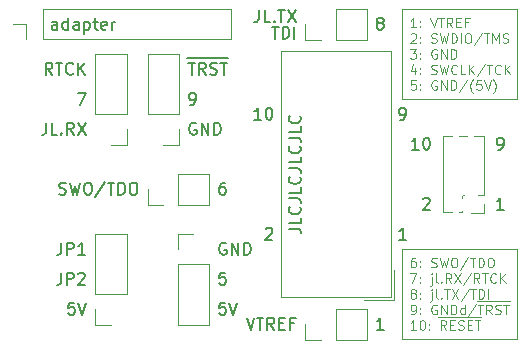
<source format=gto>
G04 #@! TF.GenerationSoftware,KiCad,Pcbnew,5.1.5-52549c5~86~ubuntu19.04.1*
G04 #@! TF.CreationDate,2020-12-26T14:34:18+01:00*
G04 #@! TF.ProjectId,jlink-tagConnect-adapter-v3,6a6c696e-6b2d-4746-9167-436f6e6e6563,rev?*
G04 #@! TF.SameCoordinates,Original*
G04 #@! TF.FileFunction,Legend,Top*
G04 #@! TF.FilePolarity,Positive*
%FSLAX46Y46*%
G04 Gerber Fmt 4.6, Leading zero omitted, Abs format (unit mm)*
G04 Created by KiCad (PCBNEW 5.1.5-52549c5~86~ubuntu19.04.1) date 2020-12-26 14:34:18*
%MOMM*%
%LPD*%
G04 APERTURE LIST*
%ADD10C,0.150000*%
%ADD11C,0.120000*%
%ADD12C,0.200000*%
G04 APERTURE END LIST*
D10*
X117308380Y-111299047D02*
X118022666Y-111299047D01*
X118165523Y-111346666D01*
X118260761Y-111441904D01*
X118308380Y-111584761D01*
X118308380Y-111680000D01*
X118308380Y-110346666D02*
X118308380Y-110822857D01*
X117308380Y-110822857D01*
X118213142Y-109441904D02*
X118260761Y-109489523D01*
X118308380Y-109632380D01*
X118308380Y-109727619D01*
X118260761Y-109870476D01*
X118165523Y-109965714D01*
X118070285Y-110013333D01*
X117879809Y-110060952D01*
X117736952Y-110060952D01*
X117546476Y-110013333D01*
X117451238Y-109965714D01*
X117356000Y-109870476D01*
X117308380Y-109727619D01*
X117308380Y-109632380D01*
X117356000Y-109489523D01*
X117403619Y-109441904D01*
X117308380Y-108727619D02*
X118022666Y-108727619D01*
X118165523Y-108775238D01*
X118260761Y-108870476D01*
X118308380Y-109013333D01*
X118308380Y-109108571D01*
X118308380Y-107775238D02*
X118308380Y-108251428D01*
X117308380Y-108251428D01*
X118213142Y-106870476D02*
X118260761Y-106918095D01*
X118308380Y-107060952D01*
X118308380Y-107156190D01*
X118260761Y-107299047D01*
X118165523Y-107394285D01*
X118070285Y-107441904D01*
X117879809Y-107489523D01*
X117736952Y-107489523D01*
X117546476Y-107441904D01*
X117451238Y-107394285D01*
X117356000Y-107299047D01*
X117308380Y-107156190D01*
X117308380Y-107060952D01*
X117356000Y-106918095D01*
X117403619Y-106870476D01*
X117308380Y-106156190D02*
X118022666Y-106156190D01*
X118165523Y-106203809D01*
X118260761Y-106299047D01*
X118308380Y-106441904D01*
X118308380Y-106537142D01*
X118308380Y-105203809D02*
X118308380Y-105680000D01*
X117308380Y-105680000D01*
X118213142Y-104299047D02*
X118260761Y-104346666D01*
X118308380Y-104489523D01*
X118308380Y-104584761D01*
X118260761Y-104727619D01*
X118165523Y-104822857D01*
X118070285Y-104870476D01*
X117879809Y-104918095D01*
X117736952Y-104918095D01*
X117546476Y-104870476D01*
X117451238Y-104822857D01*
X117356000Y-104727619D01*
X117308380Y-104584761D01*
X117308380Y-104489523D01*
X117356000Y-104346666D01*
X117403619Y-104299047D01*
X117308380Y-103584761D02*
X118022666Y-103584761D01*
X118165523Y-103632380D01*
X118260761Y-103727619D01*
X118308380Y-103870476D01*
X118308380Y-103965714D01*
X118308380Y-102632380D02*
X118308380Y-103108571D01*
X117308380Y-103108571D01*
X118213142Y-101727619D02*
X118260761Y-101775238D01*
X118308380Y-101918095D01*
X118308380Y-102013333D01*
X118260761Y-102156190D01*
X118165523Y-102251428D01*
X118070285Y-102299047D01*
X117879809Y-102346666D01*
X117736952Y-102346666D01*
X117546476Y-102299047D01*
X117451238Y-102251428D01*
X117356000Y-102156190D01*
X117308380Y-102013333D01*
X117308380Y-101918095D01*
X117356000Y-101775238D01*
X117403619Y-101727619D01*
D11*
X126873000Y-120650000D02*
X126873000Y-113030000D01*
X126873000Y-92710000D02*
X126873000Y-100330000D01*
D12*
X97697666Y-94432380D02*
X97697666Y-93908571D01*
X97650047Y-93813333D01*
X97554809Y-93765714D01*
X97364333Y-93765714D01*
X97269095Y-93813333D01*
X97697666Y-94384761D02*
X97602428Y-94432380D01*
X97364333Y-94432380D01*
X97269095Y-94384761D01*
X97221476Y-94289523D01*
X97221476Y-94194285D01*
X97269095Y-94099047D01*
X97364333Y-94051428D01*
X97602428Y-94051428D01*
X97697666Y-94003809D01*
X98602428Y-94432380D02*
X98602428Y-93432380D01*
X98602428Y-94384761D02*
X98507190Y-94432380D01*
X98316714Y-94432380D01*
X98221476Y-94384761D01*
X98173857Y-94337142D01*
X98126238Y-94241904D01*
X98126238Y-93956190D01*
X98173857Y-93860952D01*
X98221476Y-93813333D01*
X98316714Y-93765714D01*
X98507190Y-93765714D01*
X98602428Y-93813333D01*
X99507190Y-94432380D02*
X99507190Y-93908571D01*
X99459571Y-93813333D01*
X99364333Y-93765714D01*
X99173857Y-93765714D01*
X99078619Y-93813333D01*
X99507190Y-94384761D02*
X99411952Y-94432380D01*
X99173857Y-94432380D01*
X99078619Y-94384761D01*
X99031000Y-94289523D01*
X99031000Y-94194285D01*
X99078619Y-94099047D01*
X99173857Y-94051428D01*
X99411952Y-94051428D01*
X99507190Y-94003809D01*
X99983380Y-93765714D02*
X99983380Y-94765714D01*
X99983380Y-93813333D02*
X100078619Y-93765714D01*
X100269095Y-93765714D01*
X100364333Y-93813333D01*
X100411952Y-93860952D01*
X100459571Y-93956190D01*
X100459571Y-94241904D01*
X100411952Y-94337142D01*
X100364333Y-94384761D01*
X100269095Y-94432380D01*
X100078619Y-94432380D01*
X99983380Y-94384761D01*
X100745285Y-93765714D02*
X101126238Y-93765714D01*
X100888142Y-93432380D02*
X100888142Y-94289523D01*
X100935761Y-94384761D01*
X101031000Y-94432380D01*
X101126238Y-94432380D01*
X101840523Y-94384761D02*
X101745285Y-94432380D01*
X101554809Y-94432380D01*
X101459571Y-94384761D01*
X101411952Y-94289523D01*
X101411952Y-93908571D01*
X101459571Y-93813333D01*
X101554809Y-93765714D01*
X101745285Y-93765714D01*
X101840523Y-93813333D01*
X101888142Y-93908571D01*
X101888142Y-94003809D01*
X101411952Y-94099047D01*
X102316714Y-94432380D02*
X102316714Y-93765714D01*
X102316714Y-93956190D02*
X102364333Y-93860952D01*
X102411952Y-93813333D01*
X102507190Y-93765714D01*
X102602428Y-93765714D01*
D11*
X112395000Y-92710000D02*
X96520000Y-92710000D01*
X112395000Y-95250000D02*
X112395000Y-92710000D01*
X96520000Y-95250000D02*
X112395000Y-95250000D01*
X96520000Y-92710000D02*
X96520000Y-95250000D01*
D10*
X111889166Y-107402380D02*
X111698690Y-107402380D01*
X111603452Y-107450000D01*
X111555833Y-107497619D01*
X111460595Y-107640476D01*
X111412976Y-107830952D01*
X111412976Y-108211904D01*
X111460595Y-108307142D01*
X111508214Y-108354761D01*
X111603452Y-108402380D01*
X111793928Y-108402380D01*
X111889166Y-108354761D01*
X111936785Y-108307142D01*
X111984404Y-108211904D01*
X111984404Y-107973809D01*
X111936785Y-107878571D01*
X111889166Y-107830952D01*
X111793928Y-107783333D01*
X111603452Y-107783333D01*
X111508214Y-107830952D01*
X111460595Y-107878571D01*
X111412976Y-107973809D01*
X97867976Y-108354761D02*
X98010833Y-108402380D01*
X98248928Y-108402380D01*
X98344166Y-108354761D01*
X98391785Y-108307142D01*
X98439404Y-108211904D01*
X98439404Y-108116666D01*
X98391785Y-108021428D01*
X98344166Y-107973809D01*
X98248928Y-107926190D01*
X98058452Y-107878571D01*
X97963214Y-107830952D01*
X97915595Y-107783333D01*
X97867976Y-107688095D01*
X97867976Y-107592857D01*
X97915595Y-107497619D01*
X97963214Y-107450000D01*
X98058452Y-107402380D01*
X98296547Y-107402380D01*
X98439404Y-107450000D01*
X98772738Y-107402380D02*
X99010833Y-108402380D01*
X99201309Y-107688095D01*
X99391785Y-108402380D01*
X99629880Y-107402380D01*
X100201309Y-107402380D02*
X100391785Y-107402380D01*
X100487023Y-107450000D01*
X100582261Y-107545238D01*
X100629880Y-107735714D01*
X100629880Y-108069047D01*
X100582261Y-108259523D01*
X100487023Y-108354761D01*
X100391785Y-108402380D01*
X100201309Y-108402380D01*
X100106071Y-108354761D01*
X100010833Y-108259523D01*
X99963214Y-108069047D01*
X99963214Y-107735714D01*
X100010833Y-107545238D01*
X100106071Y-107450000D01*
X100201309Y-107402380D01*
X101772738Y-107354761D02*
X100915595Y-108640476D01*
X101963214Y-107402380D02*
X102534642Y-107402380D01*
X102248928Y-108402380D02*
X102248928Y-107402380D01*
X102867976Y-108402380D02*
X102867976Y-107402380D01*
X103106071Y-107402380D01*
X103248928Y-107450000D01*
X103344166Y-107545238D01*
X103391785Y-107640476D01*
X103439404Y-107830952D01*
X103439404Y-107973809D01*
X103391785Y-108164285D01*
X103344166Y-108259523D01*
X103248928Y-108354761D01*
X103106071Y-108402380D01*
X102867976Y-108402380D01*
X104058452Y-107402380D02*
X104248928Y-107402380D01*
X104344166Y-107450000D01*
X104439404Y-107545238D01*
X104487023Y-107735714D01*
X104487023Y-108069047D01*
X104439404Y-108259523D01*
X104344166Y-108354761D01*
X104248928Y-108402380D01*
X104058452Y-108402380D01*
X103963214Y-108354761D01*
X103867976Y-108259523D01*
X103820357Y-108069047D01*
X103820357Y-107735714D01*
X103867976Y-107545238D01*
X103963214Y-107450000D01*
X104058452Y-107402380D01*
D11*
X136652000Y-120650000D02*
X126873000Y-120650000D01*
X136652000Y-113030000D02*
X136652000Y-120650000D01*
X126873000Y-113030000D02*
X136652000Y-113030000D01*
X136652000Y-100330000D02*
X126873000Y-100330000D01*
X136652000Y-92710000D02*
X136652000Y-100330000D01*
X126873000Y-92710000D02*
X136652000Y-92710000D01*
X127992333Y-113761904D02*
X127839952Y-113761904D01*
X127763761Y-113800000D01*
X127725666Y-113838095D01*
X127649476Y-113952380D01*
X127611380Y-114104761D01*
X127611380Y-114409523D01*
X127649476Y-114485714D01*
X127687571Y-114523809D01*
X127763761Y-114561904D01*
X127916142Y-114561904D01*
X127992333Y-114523809D01*
X128030428Y-114485714D01*
X128068523Y-114409523D01*
X128068523Y-114219047D01*
X128030428Y-114142857D01*
X127992333Y-114104761D01*
X127916142Y-114066666D01*
X127763761Y-114066666D01*
X127687571Y-114104761D01*
X127649476Y-114142857D01*
X127611380Y-114219047D01*
X128411380Y-114485714D02*
X128449476Y-114523809D01*
X128411380Y-114561904D01*
X128373285Y-114523809D01*
X128411380Y-114485714D01*
X128411380Y-114561904D01*
X128411380Y-114066666D02*
X128449476Y-114104761D01*
X128411380Y-114142857D01*
X128373285Y-114104761D01*
X128411380Y-114066666D01*
X128411380Y-114142857D01*
X129363761Y-114523809D02*
X129478047Y-114561904D01*
X129668523Y-114561904D01*
X129744714Y-114523809D01*
X129782809Y-114485714D01*
X129820904Y-114409523D01*
X129820904Y-114333333D01*
X129782809Y-114257142D01*
X129744714Y-114219047D01*
X129668523Y-114180952D01*
X129516142Y-114142857D01*
X129439952Y-114104761D01*
X129401857Y-114066666D01*
X129363761Y-113990476D01*
X129363761Y-113914285D01*
X129401857Y-113838095D01*
X129439952Y-113800000D01*
X129516142Y-113761904D01*
X129706619Y-113761904D01*
X129820904Y-113800000D01*
X130087571Y-113761904D02*
X130278047Y-114561904D01*
X130430428Y-113990476D01*
X130582809Y-114561904D01*
X130773285Y-113761904D01*
X131230428Y-113761904D02*
X131382809Y-113761904D01*
X131459000Y-113800000D01*
X131535190Y-113876190D01*
X131573285Y-114028571D01*
X131573285Y-114295238D01*
X131535190Y-114447619D01*
X131459000Y-114523809D01*
X131382809Y-114561904D01*
X131230428Y-114561904D01*
X131154238Y-114523809D01*
X131078047Y-114447619D01*
X131039952Y-114295238D01*
X131039952Y-114028571D01*
X131078047Y-113876190D01*
X131154238Y-113800000D01*
X131230428Y-113761904D01*
X132487571Y-113723809D02*
X131801857Y-114752380D01*
X132639952Y-113761904D02*
X133097095Y-113761904D01*
X132868523Y-114561904D02*
X132868523Y-113761904D01*
X133363761Y-114561904D02*
X133363761Y-113761904D01*
X133554238Y-113761904D01*
X133668523Y-113800000D01*
X133744714Y-113876190D01*
X133782809Y-113952380D01*
X133820904Y-114104761D01*
X133820904Y-114219047D01*
X133782809Y-114371428D01*
X133744714Y-114447619D01*
X133668523Y-114523809D01*
X133554238Y-114561904D01*
X133363761Y-114561904D01*
X134316142Y-113761904D02*
X134468523Y-113761904D01*
X134544714Y-113800000D01*
X134620904Y-113876190D01*
X134659000Y-114028571D01*
X134659000Y-114295238D01*
X134620904Y-114447619D01*
X134544714Y-114523809D01*
X134468523Y-114561904D01*
X134316142Y-114561904D01*
X134239952Y-114523809D01*
X134163761Y-114447619D01*
X134125666Y-114295238D01*
X134125666Y-114028571D01*
X134163761Y-113876190D01*
X134239952Y-113800000D01*
X134316142Y-113761904D01*
X127573285Y-115081904D02*
X128106619Y-115081904D01*
X127763761Y-115881904D01*
X128411380Y-115805714D02*
X128449476Y-115843809D01*
X128411380Y-115881904D01*
X128373285Y-115843809D01*
X128411380Y-115805714D01*
X128411380Y-115881904D01*
X128411380Y-115386666D02*
X128449476Y-115424761D01*
X128411380Y-115462857D01*
X128373285Y-115424761D01*
X128411380Y-115386666D01*
X128411380Y-115462857D01*
X129401857Y-115348571D02*
X129401857Y-116034285D01*
X129363761Y-116110476D01*
X129287571Y-116148571D01*
X129249476Y-116148571D01*
X129401857Y-115081904D02*
X129363761Y-115120000D01*
X129401857Y-115158095D01*
X129439952Y-115120000D01*
X129401857Y-115081904D01*
X129401857Y-115158095D01*
X129897095Y-115881904D02*
X129820904Y-115843809D01*
X129782809Y-115767619D01*
X129782809Y-115081904D01*
X130201857Y-115805714D02*
X130239952Y-115843809D01*
X130201857Y-115881904D01*
X130163761Y-115843809D01*
X130201857Y-115805714D01*
X130201857Y-115881904D01*
X131039952Y-115881904D02*
X130773285Y-115500952D01*
X130582809Y-115881904D02*
X130582809Y-115081904D01*
X130887571Y-115081904D01*
X130963761Y-115120000D01*
X131001857Y-115158095D01*
X131039952Y-115234285D01*
X131039952Y-115348571D01*
X131001857Y-115424761D01*
X130963761Y-115462857D01*
X130887571Y-115500952D01*
X130582809Y-115500952D01*
X131306619Y-115081904D02*
X131839952Y-115881904D01*
X131839952Y-115081904D02*
X131306619Y-115881904D01*
X132716142Y-115043809D02*
X132030428Y-116072380D01*
X133439952Y-115881904D02*
X133173285Y-115500952D01*
X132982809Y-115881904D02*
X132982809Y-115081904D01*
X133287571Y-115081904D01*
X133363761Y-115120000D01*
X133401857Y-115158095D01*
X133439952Y-115234285D01*
X133439952Y-115348571D01*
X133401857Y-115424761D01*
X133363761Y-115462857D01*
X133287571Y-115500952D01*
X132982809Y-115500952D01*
X133668523Y-115081904D02*
X134125666Y-115081904D01*
X133897095Y-115881904D02*
X133897095Y-115081904D01*
X134849476Y-115805714D02*
X134811380Y-115843809D01*
X134697095Y-115881904D01*
X134620904Y-115881904D01*
X134506619Y-115843809D01*
X134430428Y-115767619D01*
X134392333Y-115691428D01*
X134354238Y-115539047D01*
X134354238Y-115424761D01*
X134392333Y-115272380D01*
X134430428Y-115196190D01*
X134506619Y-115120000D01*
X134620904Y-115081904D01*
X134697095Y-115081904D01*
X134811380Y-115120000D01*
X134849476Y-115158095D01*
X135192333Y-115881904D02*
X135192333Y-115081904D01*
X135649476Y-115881904D02*
X135306619Y-115424761D01*
X135649476Y-115081904D02*
X135192333Y-115539047D01*
X127763761Y-116744761D02*
X127687571Y-116706666D01*
X127649476Y-116668571D01*
X127611380Y-116592380D01*
X127611380Y-116554285D01*
X127649476Y-116478095D01*
X127687571Y-116440000D01*
X127763761Y-116401904D01*
X127916142Y-116401904D01*
X127992333Y-116440000D01*
X128030428Y-116478095D01*
X128068523Y-116554285D01*
X128068523Y-116592380D01*
X128030428Y-116668571D01*
X127992333Y-116706666D01*
X127916142Y-116744761D01*
X127763761Y-116744761D01*
X127687571Y-116782857D01*
X127649476Y-116820952D01*
X127611380Y-116897142D01*
X127611380Y-117049523D01*
X127649476Y-117125714D01*
X127687571Y-117163809D01*
X127763761Y-117201904D01*
X127916142Y-117201904D01*
X127992333Y-117163809D01*
X128030428Y-117125714D01*
X128068523Y-117049523D01*
X128068523Y-116897142D01*
X128030428Y-116820952D01*
X127992333Y-116782857D01*
X127916142Y-116744761D01*
X128411380Y-117125714D02*
X128449476Y-117163809D01*
X128411380Y-117201904D01*
X128373285Y-117163809D01*
X128411380Y-117125714D01*
X128411380Y-117201904D01*
X128411380Y-116706666D02*
X128449476Y-116744761D01*
X128411380Y-116782857D01*
X128373285Y-116744761D01*
X128411380Y-116706666D01*
X128411380Y-116782857D01*
X129401857Y-116668571D02*
X129401857Y-117354285D01*
X129363761Y-117430476D01*
X129287571Y-117468571D01*
X129249476Y-117468571D01*
X129401857Y-116401904D02*
X129363761Y-116440000D01*
X129401857Y-116478095D01*
X129439952Y-116440000D01*
X129401857Y-116401904D01*
X129401857Y-116478095D01*
X129897095Y-117201904D02*
X129820904Y-117163809D01*
X129782809Y-117087619D01*
X129782809Y-116401904D01*
X130201857Y-117125714D02*
X130239952Y-117163809D01*
X130201857Y-117201904D01*
X130163761Y-117163809D01*
X130201857Y-117125714D01*
X130201857Y-117201904D01*
X130468523Y-116401904D02*
X130925666Y-116401904D01*
X130697095Y-117201904D02*
X130697095Y-116401904D01*
X131116142Y-116401904D02*
X131649476Y-117201904D01*
X131649476Y-116401904D02*
X131116142Y-117201904D01*
X132525666Y-116363809D02*
X131839952Y-117392380D01*
X132678047Y-116401904D02*
X133135190Y-116401904D01*
X132906619Y-117201904D02*
X132906619Y-116401904D01*
X133401857Y-117201904D02*
X133401857Y-116401904D01*
X133592333Y-116401904D01*
X133706619Y-116440000D01*
X133782809Y-116516190D01*
X133820904Y-116592380D01*
X133859000Y-116744761D01*
X133859000Y-116859047D01*
X133820904Y-117011428D01*
X133782809Y-117087619D01*
X133706619Y-117163809D01*
X133592333Y-117201904D01*
X133401857Y-117201904D01*
X134201857Y-117201904D02*
X134201857Y-116401904D01*
X127687571Y-118521904D02*
X127839952Y-118521904D01*
X127916142Y-118483809D01*
X127954238Y-118445714D01*
X128030428Y-118331428D01*
X128068523Y-118179047D01*
X128068523Y-117874285D01*
X128030428Y-117798095D01*
X127992333Y-117760000D01*
X127916142Y-117721904D01*
X127763761Y-117721904D01*
X127687571Y-117760000D01*
X127649476Y-117798095D01*
X127611380Y-117874285D01*
X127611380Y-118064761D01*
X127649476Y-118140952D01*
X127687571Y-118179047D01*
X127763761Y-118217142D01*
X127916142Y-118217142D01*
X127992333Y-118179047D01*
X128030428Y-118140952D01*
X128068523Y-118064761D01*
X128411380Y-118445714D02*
X128449476Y-118483809D01*
X128411380Y-118521904D01*
X128373285Y-118483809D01*
X128411380Y-118445714D01*
X128411380Y-118521904D01*
X128411380Y-118026666D02*
X128449476Y-118064761D01*
X128411380Y-118102857D01*
X128373285Y-118064761D01*
X128411380Y-118026666D01*
X128411380Y-118102857D01*
X129820904Y-117760000D02*
X129744714Y-117721904D01*
X129630428Y-117721904D01*
X129516142Y-117760000D01*
X129439952Y-117836190D01*
X129401857Y-117912380D01*
X129363761Y-118064761D01*
X129363761Y-118179047D01*
X129401857Y-118331428D01*
X129439952Y-118407619D01*
X129516142Y-118483809D01*
X129630428Y-118521904D01*
X129706619Y-118521904D01*
X129820904Y-118483809D01*
X129859000Y-118445714D01*
X129859000Y-118179047D01*
X129706619Y-118179047D01*
X130201857Y-118521904D02*
X130201857Y-117721904D01*
X130659000Y-118521904D01*
X130659000Y-117721904D01*
X131039952Y-118521904D02*
X131039952Y-117721904D01*
X131230428Y-117721904D01*
X131344714Y-117760000D01*
X131420904Y-117836190D01*
X131459000Y-117912380D01*
X131497095Y-118064761D01*
X131497095Y-118179047D01*
X131459000Y-118331428D01*
X131420904Y-118407619D01*
X131344714Y-118483809D01*
X131230428Y-118521904D01*
X131039952Y-118521904D01*
X132182809Y-118521904D02*
X132182809Y-117721904D01*
X132182809Y-118483809D02*
X132106619Y-118521904D01*
X131954238Y-118521904D01*
X131878047Y-118483809D01*
X131839952Y-118445714D01*
X131801857Y-118369523D01*
X131801857Y-118140952D01*
X131839952Y-118064761D01*
X131878047Y-118026666D01*
X131954238Y-117988571D01*
X132106619Y-117988571D01*
X132182809Y-118026666D01*
X133135190Y-117683809D02*
X132449476Y-118712380D01*
X133211380Y-117428000D02*
X133820904Y-117428000D01*
X133287571Y-117721904D02*
X133744714Y-117721904D01*
X133516142Y-118521904D02*
X133516142Y-117721904D01*
X133820904Y-117428000D02*
X134620904Y-117428000D01*
X134468523Y-118521904D02*
X134201857Y-118140952D01*
X134011380Y-118521904D02*
X134011380Y-117721904D01*
X134316142Y-117721904D01*
X134392333Y-117760000D01*
X134430428Y-117798095D01*
X134468523Y-117874285D01*
X134468523Y-117988571D01*
X134430428Y-118064761D01*
X134392333Y-118102857D01*
X134316142Y-118140952D01*
X134011380Y-118140952D01*
X134620904Y-117428000D02*
X135382809Y-117428000D01*
X134773285Y-118483809D02*
X134887571Y-118521904D01*
X135078047Y-118521904D01*
X135154238Y-118483809D01*
X135192333Y-118445714D01*
X135230428Y-118369523D01*
X135230428Y-118293333D01*
X135192333Y-118217142D01*
X135154238Y-118179047D01*
X135078047Y-118140952D01*
X134925666Y-118102857D01*
X134849476Y-118064761D01*
X134811380Y-118026666D01*
X134773285Y-117950476D01*
X134773285Y-117874285D01*
X134811380Y-117798095D01*
X134849476Y-117760000D01*
X134925666Y-117721904D01*
X135116142Y-117721904D01*
X135230428Y-117760000D01*
X135382809Y-117428000D02*
X135992333Y-117428000D01*
X135459000Y-117721904D02*
X135916142Y-117721904D01*
X135687571Y-118521904D02*
X135687571Y-117721904D01*
X128068523Y-119841904D02*
X127611380Y-119841904D01*
X127839952Y-119841904D02*
X127839952Y-119041904D01*
X127763761Y-119156190D01*
X127687571Y-119232380D01*
X127611380Y-119270476D01*
X128563761Y-119041904D02*
X128639952Y-119041904D01*
X128716142Y-119080000D01*
X128754238Y-119118095D01*
X128792333Y-119194285D01*
X128830428Y-119346666D01*
X128830428Y-119537142D01*
X128792333Y-119689523D01*
X128754238Y-119765714D01*
X128716142Y-119803809D01*
X128639952Y-119841904D01*
X128563761Y-119841904D01*
X128487571Y-119803809D01*
X128449476Y-119765714D01*
X128411380Y-119689523D01*
X128373285Y-119537142D01*
X128373285Y-119346666D01*
X128411380Y-119194285D01*
X128449476Y-119118095D01*
X128487571Y-119080000D01*
X128563761Y-119041904D01*
X129173285Y-119765714D02*
X129211380Y-119803809D01*
X129173285Y-119841904D01*
X129135190Y-119803809D01*
X129173285Y-119765714D01*
X129173285Y-119841904D01*
X129173285Y-119346666D02*
X129211380Y-119384761D01*
X129173285Y-119422857D01*
X129135190Y-119384761D01*
X129173285Y-119346666D01*
X129173285Y-119422857D01*
X129973285Y-118748000D02*
X130773285Y-118748000D01*
X130620904Y-119841904D02*
X130354238Y-119460952D01*
X130163761Y-119841904D02*
X130163761Y-119041904D01*
X130468523Y-119041904D01*
X130544714Y-119080000D01*
X130582809Y-119118095D01*
X130620904Y-119194285D01*
X130620904Y-119308571D01*
X130582809Y-119384761D01*
X130544714Y-119422857D01*
X130468523Y-119460952D01*
X130163761Y-119460952D01*
X130773285Y-118748000D02*
X131497095Y-118748000D01*
X130963761Y-119422857D02*
X131230428Y-119422857D01*
X131344714Y-119841904D02*
X130963761Y-119841904D01*
X130963761Y-119041904D01*
X131344714Y-119041904D01*
X131497095Y-118748000D02*
X132259000Y-118748000D01*
X131649476Y-119803809D02*
X131763761Y-119841904D01*
X131954238Y-119841904D01*
X132030428Y-119803809D01*
X132068523Y-119765714D01*
X132106619Y-119689523D01*
X132106619Y-119613333D01*
X132068523Y-119537142D01*
X132030428Y-119499047D01*
X131954238Y-119460952D01*
X131801857Y-119422857D01*
X131725666Y-119384761D01*
X131687571Y-119346666D01*
X131649476Y-119270476D01*
X131649476Y-119194285D01*
X131687571Y-119118095D01*
X131725666Y-119080000D01*
X131801857Y-119041904D01*
X131992333Y-119041904D01*
X132106619Y-119080000D01*
X132259000Y-118748000D02*
X132982809Y-118748000D01*
X132449476Y-119422857D02*
X132716142Y-119422857D01*
X132830428Y-119841904D02*
X132449476Y-119841904D01*
X132449476Y-119041904D01*
X132830428Y-119041904D01*
X132982809Y-118748000D02*
X133592333Y-118748000D01*
X133059000Y-119041904D02*
X133516142Y-119041904D01*
X133287571Y-119841904D02*
X133287571Y-119041904D01*
X128068523Y-94241904D02*
X127611380Y-94241904D01*
X127839952Y-94241904D02*
X127839952Y-93441904D01*
X127763761Y-93556190D01*
X127687571Y-93632380D01*
X127611380Y-93670476D01*
X128411380Y-94165714D02*
X128449476Y-94203809D01*
X128411380Y-94241904D01*
X128373285Y-94203809D01*
X128411380Y-94165714D01*
X128411380Y-94241904D01*
X128411380Y-93746666D02*
X128449476Y-93784761D01*
X128411380Y-93822857D01*
X128373285Y-93784761D01*
X128411380Y-93746666D01*
X128411380Y-93822857D01*
X129287571Y-93441904D02*
X129554238Y-94241904D01*
X129820904Y-93441904D01*
X129973285Y-93441904D02*
X130430428Y-93441904D01*
X130201857Y-94241904D02*
X130201857Y-93441904D01*
X131154238Y-94241904D02*
X130887571Y-93860952D01*
X130697095Y-94241904D02*
X130697095Y-93441904D01*
X131001857Y-93441904D01*
X131078047Y-93480000D01*
X131116142Y-93518095D01*
X131154238Y-93594285D01*
X131154238Y-93708571D01*
X131116142Y-93784761D01*
X131078047Y-93822857D01*
X131001857Y-93860952D01*
X130697095Y-93860952D01*
X131497095Y-93822857D02*
X131763761Y-93822857D01*
X131878047Y-94241904D02*
X131497095Y-94241904D01*
X131497095Y-93441904D01*
X131878047Y-93441904D01*
X132487571Y-93822857D02*
X132220904Y-93822857D01*
X132220904Y-94241904D02*
X132220904Y-93441904D01*
X132601857Y-93441904D01*
X127611380Y-94838095D02*
X127649476Y-94800000D01*
X127725666Y-94761904D01*
X127916142Y-94761904D01*
X127992333Y-94800000D01*
X128030428Y-94838095D01*
X128068523Y-94914285D01*
X128068523Y-94990476D01*
X128030428Y-95104761D01*
X127573285Y-95561904D01*
X128068523Y-95561904D01*
X128411380Y-95485714D02*
X128449476Y-95523809D01*
X128411380Y-95561904D01*
X128373285Y-95523809D01*
X128411380Y-95485714D01*
X128411380Y-95561904D01*
X128411380Y-95066666D02*
X128449476Y-95104761D01*
X128411380Y-95142857D01*
X128373285Y-95104761D01*
X128411380Y-95066666D01*
X128411380Y-95142857D01*
X129363761Y-95523809D02*
X129478047Y-95561904D01*
X129668523Y-95561904D01*
X129744714Y-95523809D01*
X129782809Y-95485714D01*
X129820904Y-95409523D01*
X129820904Y-95333333D01*
X129782809Y-95257142D01*
X129744714Y-95219047D01*
X129668523Y-95180952D01*
X129516142Y-95142857D01*
X129439952Y-95104761D01*
X129401857Y-95066666D01*
X129363761Y-94990476D01*
X129363761Y-94914285D01*
X129401857Y-94838095D01*
X129439952Y-94800000D01*
X129516142Y-94761904D01*
X129706619Y-94761904D01*
X129820904Y-94800000D01*
X130087571Y-94761904D02*
X130278047Y-95561904D01*
X130430428Y-94990476D01*
X130582809Y-95561904D01*
X130773285Y-94761904D01*
X131078047Y-95561904D02*
X131078047Y-94761904D01*
X131268523Y-94761904D01*
X131382809Y-94800000D01*
X131459000Y-94876190D01*
X131497095Y-94952380D01*
X131535190Y-95104761D01*
X131535190Y-95219047D01*
X131497095Y-95371428D01*
X131459000Y-95447619D01*
X131382809Y-95523809D01*
X131268523Y-95561904D01*
X131078047Y-95561904D01*
X131878047Y-95561904D02*
X131878047Y-94761904D01*
X132411380Y-94761904D02*
X132563761Y-94761904D01*
X132639952Y-94800000D01*
X132716142Y-94876190D01*
X132754238Y-95028571D01*
X132754238Y-95295238D01*
X132716142Y-95447619D01*
X132639952Y-95523809D01*
X132563761Y-95561904D01*
X132411380Y-95561904D01*
X132335190Y-95523809D01*
X132259000Y-95447619D01*
X132220904Y-95295238D01*
X132220904Y-95028571D01*
X132259000Y-94876190D01*
X132335190Y-94800000D01*
X132411380Y-94761904D01*
X133668523Y-94723809D02*
X132982809Y-95752380D01*
X133820904Y-94761904D02*
X134278047Y-94761904D01*
X134049476Y-95561904D02*
X134049476Y-94761904D01*
X134544714Y-95561904D02*
X134544714Y-94761904D01*
X134811380Y-95333333D01*
X135078047Y-94761904D01*
X135078047Y-95561904D01*
X135420904Y-95523809D02*
X135535190Y-95561904D01*
X135725666Y-95561904D01*
X135801857Y-95523809D01*
X135839952Y-95485714D01*
X135878047Y-95409523D01*
X135878047Y-95333333D01*
X135839952Y-95257142D01*
X135801857Y-95219047D01*
X135725666Y-95180952D01*
X135573285Y-95142857D01*
X135497095Y-95104761D01*
X135459000Y-95066666D01*
X135420904Y-94990476D01*
X135420904Y-94914285D01*
X135459000Y-94838095D01*
X135497095Y-94800000D01*
X135573285Y-94761904D01*
X135763761Y-94761904D01*
X135878047Y-94800000D01*
X127573285Y-96081904D02*
X128068523Y-96081904D01*
X127801857Y-96386666D01*
X127916142Y-96386666D01*
X127992333Y-96424761D01*
X128030428Y-96462857D01*
X128068523Y-96539047D01*
X128068523Y-96729523D01*
X128030428Y-96805714D01*
X127992333Y-96843809D01*
X127916142Y-96881904D01*
X127687571Y-96881904D01*
X127611380Y-96843809D01*
X127573285Y-96805714D01*
X128411380Y-96805714D02*
X128449476Y-96843809D01*
X128411380Y-96881904D01*
X128373285Y-96843809D01*
X128411380Y-96805714D01*
X128411380Y-96881904D01*
X128411380Y-96386666D02*
X128449476Y-96424761D01*
X128411380Y-96462857D01*
X128373285Y-96424761D01*
X128411380Y-96386666D01*
X128411380Y-96462857D01*
X129820904Y-96120000D02*
X129744714Y-96081904D01*
X129630428Y-96081904D01*
X129516142Y-96120000D01*
X129439952Y-96196190D01*
X129401857Y-96272380D01*
X129363761Y-96424761D01*
X129363761Y-96539047D01*
X129401857Y-96691428D01*
X129439952Y-96767619D01*
X129516142Y-96843809D01*
X129630428Y-96881904D01*
X129706619Y-96881904D01*
X129820904Y-96843809D01*
X129859000Y-96805714D01*
X129859000Y-96539047D01*
X129706619Y-96539047D01*
X130201857Y-96881904D02*
X130201857Y-96081904D01*
X130659000Y-96881904D01*
X130659000Y-96081904D01*
X131039952Y-96881904D02*
X131039952Y-96081904D01*
X131230428Y-96081904D01*
X131344714Y-96120000D01*
X131420904Y-96196190D01*
X131459000Y-96272380D01*
X131497095Y-96424761D01*
X131497095Y-96539047D01*
X131459000Y-96691428D01*
X131420904Y-96767619D01*
X131344714Y-96843809D01*
X131230428Y-96881904D01*
X131039952Y-96881904D01*
X127992333Y-97668571D02*
X127992333Y-98201904D01*
X127801857Y-97363809D02*
X127611380Y-97935238D01*
X128106619Y-97935238D01*
X128411380Y-98125714D02*
X128449476Y-98163809D01*
X128411380Y-98201904D01*
X128373285Y-98163809D01*
X128411380Y-98125714D01*
X128411380Y-98201904D01*
X128411380Y-97706666D02*
X128449476Y-97744761D01*
X128411380Y-97782857D01*
X128373285Y-97744761D01*
X128411380Y-97706666D01*
X128411380Y-97782857D01*
X129363761Y-98163809D02*
X129478047Y-98201904D01*
X129668523Y-98201904D01*
X129744714Y-98163809D01*
X129782809Y-98125714D01*
X129820904Y-98049523D01*
X129820904Y-97973333D01*
X129782809Y-97897142D01*
X129744714Y-97859047D01*
X129668523Y-97820952D01*
X129516142Y-97782857D01*
X129439952Y-97744761D01*
X129401857Y-97706666D01*
X129363761Y-97630476D01*
X129363761Y-97554285D01*
X129401857Y-97478095D01*
X129439952Y-97440000D01*
X129516142Y-97401904D01*
X129706619Y-97401904D01*
X129820904Y-97440000D01*
X130087571Y-97401904D02*
X130278047Y-98201904D01*
X130430428Y-97630476D01*
X130582809Y-98201904D01*
X130773285Y-97401904D01*
X131535190Y-98125714D02*
X131497095Y-98163809D01*
X131382809Y-98201904D01*
X131306619Y-98201904D01*
X131192333Y-98163809D01*
X131116142Y-98087619D01*
X131078047Y-98011428D01*
X131039952Y-97859047D01*
X131039952Y-97744761D01*
X131078047Y-97592380D01*
X131116142Y-97516190D01*
X131192333Y-97440000D01*
X131306619Y-97401904D01*
X131382809Y-97401904D01*
X131497095Y-97440000D01*
X131535190Y-97478095D01*
X132259000Y-98201904D02*
X131878047Y-98201904D01*
X131878047Y-97401904D01*
X132525666Y-98201904D02*
X132525666Y-97401904D01*
X132982809Y-98201904D02*
X132639952Y-97744761D01*
X132982809Y-97401904D02*
X132525666Y-97859047D01*
X133897095Y-97363809D02*
X133211380Y-98392380D01*
X134049476Y-97401904D02*
X134506619Y-97401904D01*
X134278047Y-98201904D02*
X134278047Y-97401904D01*
X135230428Y-98125714D02*
X135192333Y-98163809D01*
X135078047Y-98201904D01*
X135001857Y-98201904D01*
X134887571Y-98163809D01*
X134811380Y-98087619D01*
X134773285Y-98011428D01*
X134735190Y-97859047D01*
X134735190Y-97744761D01*
X134773285Y-97592380D01*
X134811380Y-97516190D01*
X134887571Y-97440000D01*
X135001857Y-97401904D01*
X135078047Y-97401904D01*
X135192333Y-97440000D01*
X135230428Y-97478095D01*
X135573285Y-98201904D02*
X135573285Y-97401904D01*
X136030428Y-98201904D02*
X135687571Y-97744761D01*
X136030428Y-97401904D02*
X135573285Y-97859047D01*
X128030428Y-98721904D02*
X127649476Y-98721904D01*
X127611380Y-99102857D01*
X127649476Y-99064761D01*
X127725666Y-99026666D01*
X127916142Y-99026666D01*
X127992333Y-99064761D01*
X128030428Y-99102857D01*
X128068523Y-99179047D01*
X128068523Y-99369523D01*
X128030428Y-99445714D01*
X127992333Y-99483809D01*
X127916142Y-99521904D01*
X127725666Y-99521904D01*
X127649476Y-99483809D01*
X127611380Y-99445714D01*
X128411380Y-99445714D02*
X128449476Y-99483809D01*
X128411380Y-99521904D01*
X128373285Y-99483809D01*
X128411380Y-99445714D01*
X128411380Y-99521904D01*
X128411380Y-99026666D02*
X128449476Y-99064761D01*
X128411380Y-99102857D01*
X128373285Y-99064761D01*
X128411380Y-99026666D01*
X128411380Y-99102857D01*
X129820904Y-98760000D02*
X129744714Y-98721904D01*
X129630428Y-98721904D01*
X129516142Y-98760000D01*
X129439952Y-98836190D01*
X129401857Y-98912380D01*
X129363761Y-99064761D01*
X129363761Y-99179047D01*
X129401857Y-99331428D01*
X129439952Y-99407619D01*
X129516142Y-99483809D01*
X129630428Y-99521904D01*
X129706619Y-99521904D01*
X129820904Y-99483809D01*
X129859000Y-99445714D01*
X129859000Y-99179047D01*
X129706619Y-99179047D01*
X130201857Y-99521904D02*
X130201857Y-98721904D01*
X130659000Y-99521904D01*
X130659000Y-98721904D01*
X131039952Y-99521904D02*
X131039952Y-98721904D01*
X131230428Y-98721904D01*
X131344714Y-98760000D01*
X131420904Y-98836190D01*
X131459000Y-98912380D01*
X131497095Y-99064761D01*
X131497095Y-99179047D01*
X131459000Y-99331428D01*
X131420904Y-99407619D01*
X131344714Y-99483809D01*
X131230428Y-99521904D01*
X131039952Y-99521904D01*
X132411380Y-98683809D02*
X131725666Y-99712380D01*
X132906619Y-99826666D02*
X132868523Y-99788571D01*
X132792333Y-99674285D01*
X132754238Y-99598095D01*
X132716142Y-99483809D01*
X132678047Y-99293333D01*
X132678047Y-99140952D01*
X132716142Y-98950476D01*
X132754238Y-98836190D01*
X132792333Y-98760000D01*
X132868523Y-98645714D01*
X132906619Y-98607619D01*
X133592333Y-98721904D02*
X133211380Y-98721904D01*
X133173285Y-99102857D01*
X133211380Y-99064761D01*
X133287571Y-99026666D01*
X133478047Y-99026666D01*
X133554238Y-99064761D01*
X133592333Y-99102857D01*
X133630428Y-99179047D01*
X133630428Y-99369523D01*
X133592333Y-99445714D01*
X133554238Y-99483809D01*
X133478047Y-99521904D01*
X133287571Y-99521904D01*
X133211380Y-99483809D01*
X133173285Y-99445714D01*
X133859000Y-98721904D02*
X134125666Y-99521904D01*
X134392333Y-98721904D01*
X134582809Y-99826666D02*
X134620904Y-99788571D01*
X134697095Y-99674285D01*
X134735190Y-99598095D01*
X134773285Y-99483809D01*
X134811380Y-99293333D01*
X134811380Y-99140952D01*
X134773285Y-98950476D01*
X134735190Y-98836190D01*
X134697095Y-98760000D01*
X134620904Y-98645714D01*
X134582809Y-98607619D01*
D10*
X114964642Y-102052380D02*
X114393214Y-102052380D01*
X114678928Y-102052380D02*
X114678928Y-101052380D01*
X114583690Y-101195238D01*
X114488452Y-101290476D01*
X114393214Y-101338095D01*
X115583690Y-101052380D02*
X115678928Y-101052380D01*
X115774166Y-101100000D01*
X115821785Y-101147619D01*
X115869404Y-101242857D01*
X115917023Y-101433333D01*
X115917023Y-101671428D01*
X115869404Y-101861904D01*
X115821785Y-101957142D01*
X115774166Y-102004761D01*
X115678928Y-102052380D01*
X115583690Y-102052380D01*
X115488452Y-102004761D01*
X115440833Y-101957142D01*
X115393214Y-101861904D01*
X115345595Y-101671428D01*
X115345595Y-101433333D01*
X115393214Y-101242857D01*
X115440833Y-101147619D01*
X115488452Y-101100000D01*
X115583690Y-101052380D01*
X115345595Y-111307619D02*
X115393214Y-111260000D01*
X115488452Y-111212380D01*
X115726547Y-111212380D01*
X115821785Y-111260000D01*
X115869404Y-111307619D01*
X115917023Y-111402857D01*
X115917023Y-111498095D01*
X115869404Y-111640952D01*
X115297976Y-112212380D01*
X115917023Y-112212380D01*
X126748214Y-102052380D02*
X126938690Y-102052380D01*
X127033928Y-102004761D01*
X127081547Y-101957142D01*
X127176785Y-101814285D01*
X127224404Y-101623809D01*
X127224404Y-101242857D01*
X127176785Y-101147619D01*
X127129166Y-101100000D01*
X127033928Y-101052380D01*
X126843452Y-101052380D01*
X126748214Y-101100000D01*
X126700595Y-101147619D01*
X126652976Y-101242857D01*
X126652976Y-101480952D01*
X126700595Y-101576190D01*
X126748214Y-101623809D01*
X126843452Y-101671428D01*
X127033928Y-101671428D01*
X127129166Y-101623809D01*
X127176785Y-101576190D01*
X127224404Y-101480952D01*
X127224404Y-112212380D02*
X126652976Y-112212380D01*
X126938690Y-112212380D02*
X126938690Y-111212380D01*
X126843452Y-111355238D01*
X126748214Y-111450476D01*
X126652976Y-111498095D01*
X113726785Y-118832380D02*
X114060119Y-119832380D01*
X114393452Y-118832380D01*
X114583928Y-118832380D02*
X115155357Y-118832380D01*
X114869642Y-119832380D02*
X114869642Y-118832380D01*
X116060119Y-119832380D02*
X115726785Y-119356190D01*
X115488690Y-119832380D02*
X115488690Y-118832380D01*
X115869642Y-118832380D01*
X115964880Y-118880000D01*
X116012500Y-118927619D01*
X116060119Y-119022857D01*
X116060119Y-119165714D01*
X116012500Y-119260952D01*
X115964880Y-119308571D01*
X115869642Y-119356190D01*
X115488690Y-119356190D01*
X116488690Y-119308571D02*
X116822023Y-119308571D01*
X116964880Y-119832380D02*
X116488690Y-119832380D01*
X116488690Y-118832380D01*
X116964880Y-118832380D01*
X117726785Y-119308571D02*
X117393452Y-119308571D01*
X117393452Y-119832380D02*
X117393452Y-118832380D01*
X117869642Y-118832380D01*
X98042023Y-112482380D02*
X98042023Y-113196666D01*
X97994404Y-113339523D01*
X97899166Y-113434761D01*
X97756309Y-113482380D01*
X97661071Y-113482380D01*
X98518214Y-113482380D02*
X98518214Y-112482380D01*
X98899166Y-112482380D01*
X98994404Y-112530000D01*
X99042023Y-112577619D01*
X99089642Y-112672857D01*
X99089642Y-112815714D01*
X99042023Y-112910952D01*
X98994404Y-112958571D01*
X98899166Y-113006190D01*
X98518214Y-113006190D01*
X100042023Y-113482380D02*
X99470595Y-113482380D01*
X99756309Y-113482380D02*
X99756309Y-112482380D01*
X99661071Y-112625238D01*
X99565833Y-112720476D01*
X99470595Y-112768095D01*
X98042023Y-115022380D02*
X98042023Y-115736666D01*
X97994404Y-115879523D01*
X97899166Y-115974761D01*
X97756309Y-116022380D01*
X97661071Y-116022380D01*
X98518214Y-116022380D02*
X98518214Y-115022380D01*
X98899166Y-115022380D01*
X98994404Y-115070000D01*
X99042023Y-115117619D01*
X99089642Y-115212857D01*
X99089642Y-115355714D01*
X99042023Y-115450952D01*
X98994404Y-115498571D01*
X98899166Y-115546190D01*
X98518214Y-115546190D01*
X99470595Y-115117619D02*
X99518214Y-115070000D01*
X99613452Y-115022380D01*
X99851547Y-115022380D01*
X99946785Y-115070000D01*
X99994404Y-115117619D01*
X100042023Y-115212857D01*
X100042023Y-115308095D01*
X99994404Y-115450952D01*
X99422976Y-116022380D01*
X100042023Y-116022380D01*
X128299642Y-104592380D02*
X127728214Y-104592380D01*
X128013928Y-104592380D02*
X128013928Y-103592380D01*
X127918690Y-103735238D01*
X127823452Y-103830476D01*
X127728214Y-103878095D01*
X128918690Y-103592380D02*
X129013928Y-103592380D01*
X129109166Y-103640000D01*
X129156785Y-103687619D01*
X129204404Y-103782857D01*
X129252023Y-103973333D01*
X129252023Y-104211428D01*
X129204404Y-104401904D01*
X129156785Y-104497142D01*
X129109166Y-104544761D01*
X129013928Y-104592380D01*
X128918690Y-104592380D01*
X128823452Y-104544761D01*
X128775833Y-104497142D01*
X128728214Y-104401904D01*
X128680595Y-104211428D01*
X128680595Y-103973333D01*
X128728214Y-103782857D01*
X128775833Y-103687619D01*
X128823452Y-103640000D01*
X128918690Y-103592380D01*
X135003214Y-104592380D02*
X135193690Y-104592380D01*
X135288928Y-104544761D01*
X135336547Y-104497142D01*
X135431785Y-104354285D01*
X135479404Y-104163809D01*
X135479404Y-103782857D01*
X135431785Y-103687619D01*
X135384166Y-103640000D01*
X135288928Y-103592380D01*
X135098452Y-103592380D01*
X135003214Y-103640000D01*
X134955595Y-103687619D01*
X134907976Y-103782857D01*
X134907976Y-104020952D01*
X134955595Y-104116190D01*
X135003214Y-104163809D01*
X135098452Y-104211428D01*
X135288928Y-104211428D01*
X135384166Y-104163809D01*
X135431785Y-104116190D01*
X135479404Y-104020952D01*
X128680595Y-108767619D02*
X128728214Y-108720000D01*
X128823452Y-108672380D01*
X129061547Y-108672380D01*
X129156785Y-108720000D01*
X129204404Y-108767619D01*
X129252023Y-108862857D01*
X129252023Y-108958095D01*
X129204404Y-109100952D01*
X128632976Y-109672380D01*
X129252023Y-109672380D01*
X135479404Y-109672380D02*
X134907976Y-109672380D01*
X135193690Y-109672380D02*
X135193690Y-108672380D01*
X135098452Y-108815238D01*
X135003214Y-108910476D01*
X134907976Y-108958095D01*
X125319404Y-119832380D02*
X124747976Y-119832380D01*
X125033690Y-119832380D02*
X125033690Y-118832380D01*
X124938452Y-118975238D01*
X124843214Y-119070476D01*
X124747976Y-119118095D01*
X115869642Y-94194380D02*
X116441071Y-94194380D01*
X116155357Y-95194380D02*
X116155357Y-94194380D01*
X116774404Y-95194380D02*
X116774404Y-94194380D01*
X117012500Y-94194380D01*
X117155357Y-94242000D01*
X117250595Y-94337238D01*
X117298214Y-94432476D01*
X117345833Y-94622952D01*
X117345833Y-94765809D01*
X117298214Y-94956285D01*
X117250595Y-95051523D01*
X117155357Y-95146761D01*
X117012500Y-95194380D01*
X116774404Y-95194380D01*
X117774404Y-95194380D02*
X117774404Y-94194380D01*
X114774404Y-92797380D02*
X114774404Y-93511666D01*
X114726785Y-93654523D01*
X114631547Y-93749761D01*
X114488690Y-93797380D01*
X114393452Y-93797380D01*
X115726785Y-93797380D02*
X115250595Y-93797380D01*
X115250595Y-92797380D01*
X116060119Y-93702142D02*
X116107738Y-93749761D01*
X116060119Y-93797380D01*
X116012500Y-93749761D01*
X116060119Y-93702142D01*
X116060119Y-93797380D01*
X116393452Y-92797380D02*
X116964880Y-92797380D01*
X116679166Y-93797380D02*
X116679166Y-92797380D01*
X117202976Y-92797380D02*
X117869642Y-93797380D01*
X117869642Y-92797380D02*
X117202976Y-93797380D01*
X124938452Y-93860952D02*
X124843214Y-93813333D01*
X124795595Y-93765714D01*
X124747976Y-93670476D01*
X124747976Y-93622857D01*
X124795595Y-93527619D01*
X124843214Y-93480000D01*
X124938452Y-93432380D01*
X125128928Y-93432380D01*
X125224166Y-93480000D01*
X125271785Y-93527619D01*
X125319404Y-93622857D01*
X125319404Y-93670476D01*
X125271785Y-93765714D01*
X125224166Y-93813333D01*
X125128928Y-93860952D01*
X124938452Y-93860952D01*
X124843214Y-93908571D01*
X124795595Y-93956190D01*
X124747976Y-94051428D01*
X124747976Y-94241904D01*
X124795595Y-94337142D01*
X124843214Y-94384761D01*
X124938452Y-94432380D01*
X125128928Y-94432380D01*
X125224166Y-94384761D01*
X125271785Y-94337142D01*
X125319404Y-94241904D01*
X125319404Y-94051428D01*
X125271785Y-93956190D01*
X125224166Y-93908571D01*
X125128928Y-93860952D01*
X111984404Y-112530000D02*
X111889166Y-112482380D01*
X111746309Y-112482380D01*
X111603452Y-112530000D01*
X111508214Y-112625238D01*
X111460595Y-112720476D01*
X111412976Y-112910952D01*
X111412976Y-113053809D01*
X111460595Y-113244285D01*
X111508214Y-113339523D01*
X111603452Y-113434761D01*
X111746309Y-113482380D01*
X111841547Y-113482380D01*
X111984404Y-113434761D01*
X112032023Y-113387142D01*
X112032023Y-113053809D01*
X111841547Y-113053809D01*
X112460595Y-113482380D02*
X112460595Y-112482380D01*
X113032023Y-113482380D01*
X113032023Y-112482380D01*
X113508214Y-113482380D02*
X113508214Y-112482380D01*
X113746309Y-112482380D01*
X113889166Y-112530000D01*
X113984404Y-112625238D01*
X114032023Y-112720476D01*
X114079642Y-112910952D01*
X114079642Y-113053809D01*
X114032023Y-113244285D01*
X113984404Y-113339523D01*
X113889166Y-113434761D01*
X113746309Y-113482380D01*
X113508214Y-113482380D01*
X111936785Y-117562380D02*
X111460595Y-117562380D01*
X111412976Y-118038571D01*
X111460595Y-117990952D01*
X111555833Y-117943333D01*
X111793928Y-117943333D01*
X111889166Y-117990952D01*
X111936785Y-118038571D01*
X111984404Y-118133809D01*
X111984404Y-118371904D01*
X111936785Y-118467142D01*
X111889166Y-118514761D01*
X111793928Y-118562380D01*
X111555833Y-118562380D01*
X111460595Y-118514761D01*
X111412976Y-118467142D01*
X112270119Y-117562380D02*
X112603452Y-118562380D01*
X112936785Y-117562380D01*
X111936785Y-115022380D02*
X111460595Y-115022380D01*
X111412976Y-115498571D01*
X111460595Y-115450952D01*
X111555833Y-115403333D01*
X111793928Y-115403333D01*
X111889166Y-115450952D01*
X111936785Y-115498571D01*
X111984404Y-115593809D01*
X111984404Y-115831904D01*
X111936785Y-115927142D01*
X111889166Y-115974761D01*
X111793928Y-116022380D01*
X111555833Y-116022380D01*
X111460595Y-115974761D01*
X111412976Y-115927142D01*
X99137261Y-117562380D02*
X98661071Y-117562380D01*
X98613452Y-118038571D01*
X98661071Y-117990952D01*
X98756309Y-117943333D01*
X98994404Y-117943333D01*
X99089642Y-117990952D01*
X99137261Y-118038571D01*
X99184880Y-118133809D01*
X99184880Y-118371904D01*
X99137261Y-118467142D01*
X99089642Y-118514761D01*
X98994404Y-118562380D01*
X98756309Y-118562380D01*
X98661071Y-118514761D01*
X98613452Y-118467142D01*
X99470595Y-117562380D02*
X99803928Y-118562380D01*
X100137261Y-117562380D01*
X109444404Y-102370000D02*
X109349166Y-102322380D01*
X109206309Y-102322380D01*
X109063452Y-102370000D01*
X108968214Y-102465238D01*
X108920595Y-102560476D01*
X108872976Y-102750952D01*
X108872976Y-102893809D01*
X108920595Y-103084285D01*
X108968214Y-103179523D01*
X109063452Y-103274761D01*
X109206309Y-103322380D01*
X109301547Y-103322380D01*
X109444404Y-103274761D01*
X109492023Y-103227142D01*
X109492023Y-102893809D01*
X109301547Y-102893809D01*
X109920595Y-103322380D02*
X109920595Y-102322380D01*
X110492023Y-103322380D01*
X110492023Y-102322380D01*
X110968214Y-103322380D02*
X110968214Y-102322380D01*
X111206309Y-102322380D01*
X111349166Y-102370000D01*
X111444404Y-102465238D01*
X111492023Y-102560476D01*
X111539642Y-102750952D01*
X111539642Y-102893809D01*
X111492023Y-103084285D01*
X111444404Y-103179523D01*
X111349166Y-103274761D01*
X111206309Y-103322380D01*
X110968214Y-103322380D01*
X108968214Y-100782380D02*
X109158690Y-100782380D01*
X109253928Y-100734761D01*
X109301547Y-100687142D01*
X109396785Y-100544285D01*
X109444404Y-100353809D01*
X109444404Y-99972857D01*
X109396785Y-99877619D01*
X109349166Y-99830000D01*
X109253928Y-99782380D01*
X109063452Y-99782380D01*
X108968214Y-99830000D01*
X108920595Y-99877619D01*
X108872976Y-99972857D01*
X108872976Y-100210952D01*
X108920595Y-100306190D01*
X108968214Y-100353809D01*
X109063452Y-100401428D01*
X109253928Y-100401428D01*
X109349166Y-100353809D01*
X109396785Y-100306190D01*
X109444404Y-100210952D01*
X108682500Y-96875000D02*
X109444404Y-96875000D01*
X108777738Y-97242380D02*
X109349166Y-97242380D01*
X109063452Y-98242380D02*
X109063452Y-97242380D01*
X109444404Y-96875000D02*
X110444404Y-96875000D01*
X110253928Y-98242380D02*
X109920595Y-97766190D01*
X109682500Y-98242380D02*
X109682500Y-97242380D01*
X110063452Y-97242380D01*
X110158690Y-97290000D01*
X110206309Y-97337619D01*
X110253928Y-97432857D01*
X110253928Y-97575714D01*
X110206309Y-97670952D01*
X110158690Y-97718571D01*
X110063452Y-97766190D01*
X109682500Y-97766190D01*
X110444404Y-96875000D02*
X111396785Y-96875000D01*
X110634880Y-98194761D02*
X110777738Y-98242380D01*
X111015833Y-98242380D01*
X111111071Y-98194761D01*
X111158690Y-98147142D01*
X111206309Y-98051904D01*
X111206309Y-97956666D01*
X111158690Y-97861428D01*
X111111071Y-97813809D01*
X111015833Y-97766190D01*
X110825357Y-97718571D01*
X110730119Y-97670952D01*
X110682500Y-97623333D01*
X110634880Y-97528095D01*
X110634880Y-97432857D01*
X110682500Y-97337619D01*
X110730119Y-97290000D01*
X110825357Y-97242380D01*
X111063452Y-97242380D01*
X111206309Y-97290000D01*
X111396785Y-96875000D02*
X112158690Y-96875000D01*
X111492023Y-97242380D02*
X112063452Y-97242380D01*
X111777738Y-98242380D02*
X111777738Y-97242380D01*
X96756309Y-102322380D02*
X96756309Y-103036666D01*
X96708690Y-103179523D01*
X96613452Y-103274761D01*
X96470595Y-103322380D01*
X96375357Y-103322380D01*
X97708690Y-103322380D02*
X97232500Y-103322380D01*
X97232500Y-102322380D01*
X98042023Y-103227142D02*
X98089642Y-103274761D01*
X98042023Y-103322380D01*
X97994404Y-103274761D01*
X98042023Y-103227142D01*
X98042023Y-103322380D01*
X99089642Y-103322380D02*
X98756309Y-102846190D01*
X98518214Y-103322380D02*
X98518214Y-102322380D01*
X98899166Y-102322380D01*
X98994404Y-102370000D01*
X99042023Y-102417619D01*
X99089642Y-102512857D01*
X99089642Y-102655714D01*
X99042023Y-102750952D01*
X98994404Y-102798571D01*
X98899166Y-102846190D01*
X98518214Y-102846190D01*
X99422976Y-102322380D02*
X100089642Y-103322380D01*
X100089642Y-102322380D02*
X99422976Y-103322380D01*
X99422976Y-99782380D02*
X100089642Y-99782380D01*
X99661071Y-100782380D01*
X97280119Y-98242380D02*
X96946785Y-97766190D01*
X96708690Y-98242380D02*
X96708690Y-97242380D01*
X97089642Y-97242380D01*
X97184880Y-97290000D01*
X97232500Y-97337619D01*
X97280119Y-97432857D01*
X97280119Y-97575714D01*
X97232500Y-97670952D01*
X97184880Y-97718571D01*
X97089642Y-97766190D01*
X96708690Y-97766190D01*
X97565833Y-97242380D02*
X98137261Y-97242380D01*
X97851547Y-98242380D02*
X97851547Y-97242380D01*
X99042023Y-98147142D02*
X98994404Y-98194761D01*
X98851547Y-98242380D01*
X98756309Y-98242380D01*
X98613452Y-98194761D01*
X98518214Y-98099523D01*
X98470595Y-98004285D01*
X98422976Y-97813809D01*
X98422976Y-97670952D01*
X98470595Y-97480476D01*
X98518214Y-97385238D01*
X98613452Y-97290000D01*
X98756309Y-97242380D01*
X98851547Y-97242380D01*
X98994404Y-97290000D01*
X99042023Y-97337619D01*
X99470595Y-98242380D02*
X99470595Y-97242380D01*
X100042023Y-98242380D02*
X99613452Y-97670952D01*
X100042023Y-97242380D02*
X99470595Y-97813809D01*
D11*
X105350000Y-109280000D02*
X105350000Y-107950000D01*
X106680000Y-109280000D02*
X105350000Y-109280000D01*
X107950000Y-109280000D02*
X107950000Y-106620000D01*
X107950000Y-106620000D02*
X110550000Y-106620000D01*
X107950000Y-109280000D02*
X110550000Y-109280000D01*
X110550000Y-109280000D02*
X110550000Y-106620000D01*
X133845000Y-109980000D02*
X132715000Y-109980000D01*
X133845000Y-109220000D02*
X133845000Y-109980000D01*
X131137470Y-109915000D02*
X130315000Y-109915000D01*
X131955000Y-109915000D02*
X131752530Y-109915000D01*
X131955000Y-109783471D02*
X131955000Y-109915000D01*
X131955000Y-108513471D02*
X131955000Y-108656529D01*
X132151529Y-108460000D02*
X132008471Y-108460000D01*
X133845000Y-108460000D02*
X133278471Y-108460000D01*
X130315000Y-109915000D02*
X130315000Y-103445000D01*
X133845000Y-108460000D02*
X133845000Y-103445000D01*
X132407470Y-103445000D02*
X131752530Y-103445000D01*
X131137470Y-103445000D02*
X130315000Y-103445000D01*
X133845000Y-103445000D02*
X133022530Y-103445000D01*
X126210000Y-117360000D02*
X123670000Y-117360000D01*
X126210000Y-117360000D02*
X126210000Y-114820000D01*
X125960000Y-117110000D02*
X116610000Y-117110000D01*
X125960000Y-96250000D02*
X125960000Y-117110000D01*
X116610000Y-96250000D02*
X125960000Y-96250000D01*
X116610000Y-117110000D02*
X116610000Y-96250000D01*
X93980000Y-93920000D02*
X95090000Y-93920000D01*
X95090000Y-93920000D02*
X95090000Y-95250000D01*
X102235000Y-119440000D02*
X100905000Y-119440000D01*
X100905000Y-119440000D02*
X100905000Y-118110000D01*
X100905000Y-116840000D02*
X100905000Y-111700000D01*
X103565000Y-111700000D02*
X100905000Y-111700000D01*
X103565000Y-116840000D02*
X103565000Y-111700000D01*
X103565000Y-116840000D02*
X100905000Y-116840000D01*
X118685000Y-120710000D02*
X118685000Y-119380000D01*
X120015000Y-120710000D02*
X118685000Y-120710000D01*
X121285000Y-120710000D02*
X121285000Y-118050000D01*
X121285000Y-118050000D02*
X123885000Y-118050000D01*
X121285000Y-120710000D02*
X123885000Y-120710000D01*
X123885000Y-120710000D02*
X123885000Y-118050000D01*
X118685000Y-95310000D02*
X118685000Y-93980000D01*
X120015000Y-95310000D02*
X118685000Y-95310000D01*
X121285000Y-95310000D02*
X121285000Y-92650000D01*
X121285000Y-92650000D02*
X123885000Y-92650000D01*
X121285000Y-95310000D02*
X123885000Y-95310000D01*
X123885000Y-95310000D02*
X123885000Y-92650000D01*
X107890000Y-111700000D02*
X109220000Y-111700000D01*
X107890000Y-113030000D02*
X107890000Y-111700000D01*
X107890000Y-114300000D02*
X110550000Y-114300000D01*
X110550000Y-114300000D02*
X110550000Y-119440000D01*
X107890000Y-114300000D02*
X107890000Y-119440000D01*
X107890000Y-119440000D02*
X110550000Y-119440000D01*
X108010000Y-104200000D02*
X106680000Y-104200000D01*
X108010000Y-102870000D02*
X108010000Y-104200000D01*
X108010000Y-101600000D02*
X105350000Y-101600000D01*
X105350000Y-101600000D02*
X105350000Y-96460000D01*
X108010000Y-101600000D02*
X108010000Y-96460000D01*
X108010000Y-96460000D02*
X105350000Y-96460000D01*
X103565000Y-104200000D02*
X102235000Y-104200000D01*
X103565000Y-102870000D02*
X103565000Y-104200000D01*
X103565000Y-101600000D02*
X100905000Y-101600000D01*
X100905000Y-101600000D02*
X100905000Y-96460000D01*
X103565000Y-101600000D02*
X103565000Y-96460000D01*
X103565000Y-96460000D02*
X100905000Y-96460000D01*
M02*

</source>
